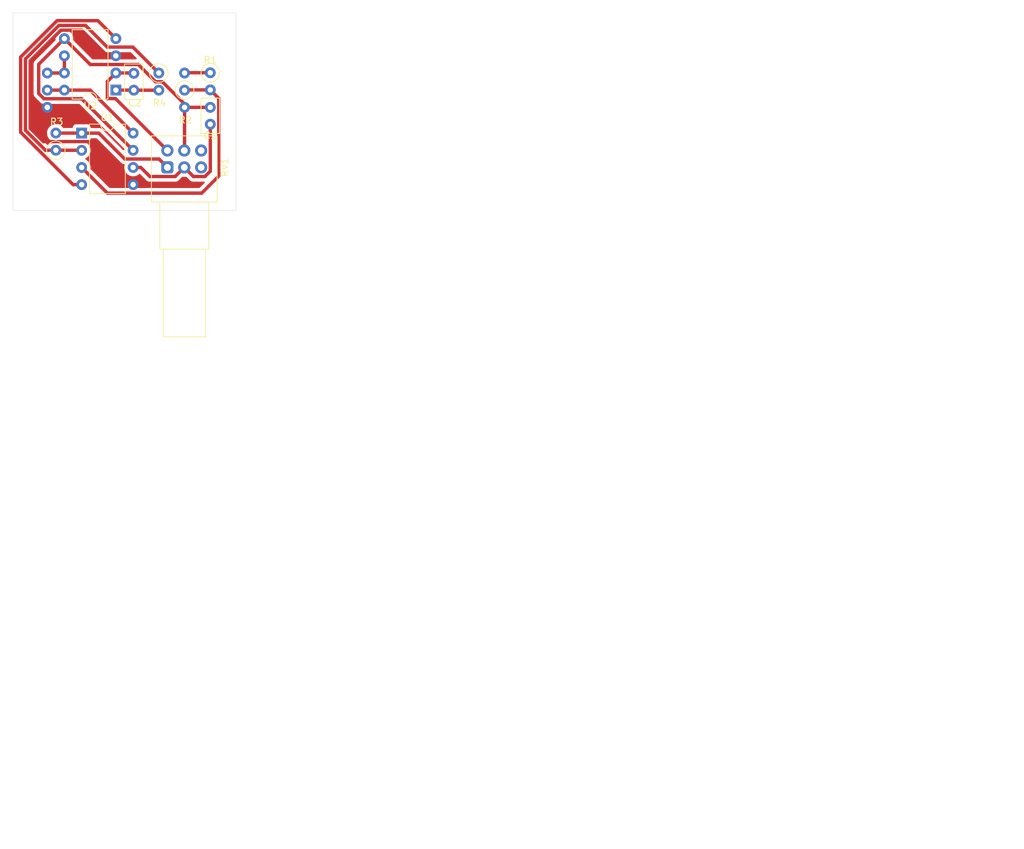
<source format=kicad_pcb>
(kicad_pcb (version 20211014) (generator pcbnew)
  (layers (0 "F.Cu" signal) (31 "B.Cu" signal) (37 "F.SilkS" user "F.Silkscreen") (39 "F.Mask" user) (44 "Edge.Cuts" user))
  (net 0 "")
  (net 1 "GND")
  (net 2 "Net-(C1-Pad1)")
  (net 3 "Net-(C1-Pad2)")
  (net 4 "Net-(C2-Pad1)")
  (net 5 "Net-(C2-Pad2)")
  (net 6 "/V_in")
  (net 7 "Net-(R1-Pad2)")
  (net 8 "Net-(R3-Pad1)")
  (net 9 "Net-(R3-Pad2)")
  (net 12 "-5V")
  (net 13 "+5V")
  (net 14 "/V_out")
  (footprint "" (layer "F.Cu") (at 131.460244 81.930244)
    (fp_text reference "" (at 0 0) (layer "F.SilkS") (effects (font (size 1.27 1.27))))
    (fp_text value "" (at 0 0) (layer "F.SilkS") (effects (font (size 1.27 1.27))))
    (pad "8" thru_hole oval (at 0 0) (size 1.6 1.6) (drill 0.8) (layers *.Cu *.Mask) (net 13 "+5V"))
  )
  (footprint "Resistor_THT:R_Axial_DIN0207_L6.3mm_D2.5mm_P2.54mm_Vertical" (layer "F.Cu") (at 147.970244 79.390244 -90)
    (fp_text reference "R4" (at 4.429756 -0.111756 180) (layer "F.SilkS"))
    (fp_text value "10kR")
    (fp_line (start 1.37 0) (end 1.44 0) (layer "F.SilkS") (width 0.12))
    (fp_circle (center 0 0) (end 1.37 0) (layer "F.SilkS") (width 0.12) (fill none))
    (pad "1" thru_hole circle (at 0 0 270) (size 1.6 1.6) (drill 0.8) (layers *.Cu *.Mask) (net 8 "Net-(R3-Pad1)"))
    (pad "2" thru_hole oval (at 2.54 0 270) (size 1.6 1.6) (drill 0.8) (layers *.Cu *.Mask) (net 4 "Net-(C2-Pad1)"))
  )
  (footprint "Potentiometer_THT:Potentiometer_Alps_RK097_Dual_Horizontal" (layer "F.Cu") (at 149.240244 93.360244 90)
    (fp_text reference "RV1" (at 0 8.5 90) (layer "F.SilkS"))
    (fp_text value "R_Potentiometer_Dual_Separate")
    (fp_line (start -5.12 -1.12) (end -12.12 -1.12) (layer "F.SilkS") (width 0.12))
    (fp_line (start -5.12 6.12) (end -12.12 6.12) (layer "F.SilkS") (width 0.12))
    (fp_line (start 4.671 7.37) (end -5.12 7.37) (layer "F.SilkS") (width 0.12))
    (fp_line (start -25.1 5.62) (end -25.1 -0.6) (layer "F.SilkS") (width 0.12))
    (fp_line (start -12.12 -0.62) (end -25.1 -0.62) (layer "F.SilkS") (width 0.12))
    (fp_line (start 4.671 -2.37) (end -5.12 -2.37) (layer "F.SilkS") (width 0.12))
    (fp_line (start -5.12 7.37) (end -5.12 -2.37) (layer "F.SilkS") (width 0.12))
    (fp_line (start -12.12 6.12) (end -12.12 -1.12) (layer "F.SilkS") (width 0.12))
    (fp_line (start -12.12 5.62) (end -25.1 5.62) (layer "F.SilkS") (width 0.12))
    (fp_line (start 4.671 7.37) (end 4.671 -2.37) (layer "F.SilkS") (width 0.12))
    (pad "1" thru_hole roundrect (at 0 0 270) (size 1.8 1.8) (drill 1) (layers *.Cu *.Mask) (net 9 "Net-(R3-Pad2)"))
    (pad "2" thru_hole circle (at 0 2.5 270) (size 1.8 1.8) (drill 1) (layers *.Cu *.Mask) (net 2 "Net-(C1-Pad1)"))
    (pad "3" thru_hole circle (at 0 5 270) (size 1.8 1.8) (drill 1) (layers *.Cu *.Mask))
    (pad "4" thru_hole circle (at 2.5 0 270) (size 1.8 1.8) (drill 1) (layers *.Cu *.Mask) (net 5 "Net-(C2-Pad2)"))
    (pad "5" thru_hole circle (at 2.5 2.5 270) (size 1.8 1.8) (drill 1) (layers *.Cu *.Mask) (net 3 "Net-(C1-Pad2)"))
    (pad "6" thru_hole circle (at 2.5 5 270) (size 1.8 1.8) (drill 1) (layers *.Cu *.Mask))
  )
  (footprint "" (layer "F.Cu") (at 151.780244 79.390244)
    (fp_text reference "" (at 0 0) (layer "F.SilkS") (effects (font (size 1.27 1.27))))
    (fp_text value "" (at 0 0) (layer "F.SilkS") (effects (font (size 1.27 1.27))))
    (pad "1" thru_hole circle (at 0 0 270) (size 1.6 1.6) (drill 0.8) (layers *.Cu *.Mask) (net 6 "/V_in"))
  )
  (footprint "Capacitor_THT:C_Disc_D5.0mm_W2.5mm_P2.50mm" (layer "F.Cu") (at 155.590244 86.970244 90)
    (fp_text reference "C1" (at -1.675756 0 180) (layer "F.SilkS"))
    (fp_text value "0.33uC")
    (fp_line (start -1.37 1.37) (end 3.87 1.37) (layer "F.SilkS") (width 0.12))
    (fp_line (start 3.87 -1.37) (end 3.87 1.37) (layer "F.SilkS") (width 0.12))
    (fp_line (start -1.37 -1.37) (end -1.37 1.37) (layer "F.SilkS") (width 0.12))
    (fp_line (start -1.37 -1.37) (end 3.87 -1.37) (layer "F.SilkS") (width 0.12))
    (pad "1" thru_hole circle (at 0 0 90) (size 1.6 1.6) (drill 0.8) (layers *.Cu *.Mask) (net 2 "Net-(C1-Pad1)"))
    (pad "2" thru_hole circle (at 2.5 0 90) (size 1.6 1.6) (drill 0.8) (layers *.Cu *.Mask) (net 3 "Net-(C1-Pad2)"))
  )
  (footprint "Package_DIP:DIP-8_W7.62mm" (layer "F.Cu") (at 141.610244 81.920244 180)
    (fp_text reference "U2" (at 3.81 -2.33) (layer "F.SilkS"))
    (fp_text value "LM4562")
    (fp_line (start 6.46 8.95) (end 6.46 -1.33) (layer "F.SilkS") (width 0.12))
    (fp_line (start 2.81 -1.33) (end 1.16 -1.33) (layer "F.SilkS") (width 0.12))
    (fp_line (start 1.16 8.95) (end 6.46 8.95) (layer "F.SilkS") (width 0.12))
    (fp_line (start 1.16 -1.33) (end 1.16 8.95) (layer "F.SilkS") (width 0.12))
    (fp_line (start 6.46 -1.33) (end 4.81 -1.33) (layer "F.SilkS") (width 0.12))
    (fp_arc (start 4.81 -1.33) (mid 3.81 -0.33) (end 2.81 -1.33) (layer "F.SilkS") (width 0.12))
    (pad "1" thru_hole rect (at 0 0 180) (size 1.6 1.6) (drill 0.8) (layers *.Cu *.Mask) (net 4 "Net-(C2-Pad1)"))
    (pad "2" thru_hole oval (at 0 2.54 180) (size 1.6 1.6) (drill 0.8) (layers *.Cu *.Mask) (net 5 "Net-(C2-Pad2)"))
    (pad "3" thru_hole oval (at 0 5.08 180) (size 1.6 1.6) (drill 0.8) (layers *.Cu *.Mask) (net 1 "GND"))
    (pad "4" thru_hole oval (at 0 7.62 180) (size 1.6 1.6) (drill 0.8) (layers *.Cu *.Mask) (net 12 "-5V"))
    (pad "5" thru_hole oval (at 7.62 7.62 180) (size 1.6 1.6) (drill 0.8) (layers *.Cu *.Mask) (net 3 "Net-(C1-Pad2)"))
    (pad "6" thru_hole oval (at 7.62 5.08 180) (size 1.6 1.6) (drill 0.8) (layers *.Cu *.Mask) (net 14 "/V_out"))
    (pad "7" thru_hole oval (at 7.62 2.54 180) (size 1.6 1.6) (drill 0.8) (layers *.Cu *.Mask) (net 14 "/V_out"))
    (pad "8" thru_hole oval (at 7.62 0 180) (size 1.6 1.6) (drill 0.8) (layers *.Cu *.Mask) (net 13 "+5V"))
  )
  (footprint "Resistor_THT:R_Axial_DIN0207_L6.3mm_D2.5mm_P2.54mm_Vertical" (layer "F.Cu") (at 151.780244 81.930244 -90)
    (fp_text reference "R2" (at 4.429756 -0.111756 180) (layer "F.SilkS"))
    (fp_text value "10kR")
    (fp_line (start 1.37 0) (end 1.44 0) (layer "F.SilkS") (width 0.12))
    (fp_circle (center 0 0) (end 1.37 0) (layer "F.SilkS") (width 0.12) (fill none))
    (pad "1" thru_hole circle (at 0 0 270) (size 1.6 1.6) (drill 0.8) (layers *.Cu *.Mask) (net 7 "Net-(R1-Pad2)"))
    (pad "2" thru_hole oval (at 2.54 0 270) (size 1.6 1.6) (drill 0.8) (layers *.Cu *.Mask) (net 3 "Net-(C1-Pad2)"))
  )
  (footprint "" (layer "F.Cu") (at 131.460244 79.390244)
    (fp_text reference "" (at 0 0) (layer "F.SilkS") (effects (font (size 1.27 1.27))))
    (fp_text value "" (at 0 0) (layer "F.SilkS") (effects (font (size 1.27 1.27))))
    (pad "7" thru_hole oval (at 0 0 180) (size 1.6 1.6) (drill 0.8) (layers *.Cu *.Mask) (net 14 "/V_out"))
  )
  (footprint "Resistor_THT:R_Axial_DIN0207_L6.3mm_D2.5mm_P2.54mm_Vertical" (layer "F.Cu") (at 155.590244 79.350244 -90)
    (fp_text reference "R1" (at -1.880244 0 180) (layer "F.SilkS"))
    (fp_text value "130R")
    (fp_line (start 1.37 0) (end 1.44 0) (layer "F.SilkS") (width 0.12))
    (fp_circle (center 0 0) (end 1.37 0) (layer "F.SilkS") (width 0.12) (fill none))
    (pad "1" thru_hole circle (at 0 0 270) (size 1.6 1.6) (drill 0.8) (layers *.Cu *.Mask) (net 6 "/V_in"))
    (pad "2" thru_hole oval (at 2.54 0 270) (size 1.6 1.6) (drill 0.8) (layers *.Cu *.Mask) (net 7 "Net-(R1-Pad2)"))
  )
  (footprint "Capacitor_THT:C_Disc_D5.0mm_W2.5mm_P2.50mm" (layer "F.Cu") (at 144.272 81.930244 90)
    (fp_text reference "C2" (at -1.889756 0.111756 180) (layer "F.SilkS"))
    (fp_text value "0.33uC")
    (fp_line (start 3.87 -1.37) (end 3.87 1.37) (layer "F.SilkS") (width 0.12))
    (fp_line (start -1.37 -1.37) (end 3.87 -1.37) (layer "F.SilkS") (width 0.12))
    (fp_line (start -1.37 1.37) (end 3.87 1.37) (layer "F.SilkS") (width 0.12))
    (fp_line (start -1.37 -1.37) (end -1.37 1.37) (layer "F.SilkS") (width 0.12))
    (pad "1" thru_hole circle (at 0 0 90) (size 1.6 1.6) (drill 0.8) (layers *.Cu *.Mask) (net 4 "Net-(C2-Pad1)"))
    (pad "2" thru_hole circle (at 2.5 0 90) (size 1.6 1.6) (drill 0.8) (layers *.Cu *.Mask) (net 5 "Net-(C2-Pad2)"))
  )
  (footprint "Resistor_THT:R_Axial_DIN0207_L6.3mm_D2.5mm_P2.54mm_Vertical" (layer "F.Cu") (at 132.730244 90.820244 90)
    (fp_text reference "R3" (at 4.206244 0.111756 180) (layer "F.SilkS"))
    (fp_text value "10kR")
    (fp_line (start 1.37 0) (end 1.44 0) (layer "F.SilkS") (width 0.12))
    (fp_circle (center 0 0) (end 1.37 0) (layer "F.SilkS") (width 0.12) (fill none))
    (pad "1" thru_hole circle (at 0 0 90) (size 1.6 1.6) (drill 0.8) (layers *.Cu *.Mask) (net 8 "Net-(R3-Pad1)"))
    (pad "2" thru_hole oval (at 2.54 0 90) (size 1.6 1.6) (drill 0.8) (layers *.Cu *.Mask) (net 9 "Net-(R3-Pad2)"))
  )
  (footprint "Package_DIP:DIP-8_W7.62mm" (layer "F.Cu") (at 136.550244 88.290244)
    (fp_text reference "U1" (at 3.81 -2.33) (layer "F.SilkS"))
    (fp_text value "LM4562")
    (fp_line (start 1.16 8.95) (end 6.46 8.95) (layer "F.SilkS") (width 0.12))
    (fp_line (start 2.81 -1.33) (end 1.16 -1.33) (layer "F.SilkS") (width 0.12))
    (fp_line (start 6.46 8.95) (end 6.46 -1.33) (layer "F.SilkS") (width 0.12))
    (fp_line (start 6.46 -1.33) (end 4.81 -1.33) (layer "F.SilkS") (width 0.12))
    (fp_line (start 1.16 -1.33) (end 1.16 8.95) (layer "F.SilkS") (width 0.12))
    (fp_arc (start 4.81 -1.33) (mid 3.81 -0.33) (end 2.81 -1.33) (layer "F.SilkS") (width 0.12))
    (pad "1" thru_hole rect (at 0 0) (size 1.6 1.6) (drill 0.8) (layers *.Cu *.Mask) (net 9 "Net-(R3-Pad2)"))
    (pad "2" thru_hole oval (at 0 2.54) (size 1.6 1.6) (drill 0.8) (layers *.Cu *.Mask) (net 8 "Net-(R3-Pad1)"))
    (pad "3" thru_hole oval (at 0 5.08) (size 1.6 1.6) (drill 0.8) (layers *.Cu *.Mask) (net 7 "Net-(R1-Pad2)"))
    (pad "4" thru_hole oval (at 0 7.62) (size 1.6 1.6) (drill 0.8) (layers *.Cu *.Mask) (net 12 "-5V"))
    (pad "5" thru_hole oval (at 7.62 7.62) (size 1.6 1.6) (drill 0.8) (layers *.Cu *.Mask) (net 1 "GND"))
    (pad "6" thru_hole oval (at 7.62 5.08) (size 1.6 1.6) (drill 0.8) (layers *.Cu *.Mask) (net 2 "Net-(C1-Pad1)"))
    (pad "7" thru_hole oval (at 7.62 2.54) (size 1.6 1.6) (drill 0.8) (layers *.Cu *.Mask) (net 3 "Net-(C1-Pad2)"))
    (pad "8" thru_hole oval (at 7.62 0) (size 1.6 1.6) (drill 0.8) (layers *.Cu *.Mask) (net 13 "+5V"))
  )
  (footprint "" (layer "F.Cu") (at 131.460244 84.470244)
    (fp_text reference "" (at 0 0) (layer "F.SilkS") (effects (font (size 1.27 1.27))))
    (fp_text value "" (at 0 0) (layer "F.SilkS") (effects (font (size 1.27 1.27))))
    (pad "5" thru_hole oval (at 0 0) (size 1.6 1.6) (drill 0.8) (layers *.Cu *.Mask) (net 1 "GND"))
  )
  (gr_rect (start 159.400244 99.710244) (end 126.380244 70.500244) (layer "Edge.Cuts") (width 0.05) (fill none))
  (segment (start 133.483168 73.040244) (end 136.540244 73.040244) (width 0.5) (layer "F.Cu") (net 1))
  (segment (start 128.920244 87.571704) (end 128.920244 77.603168) (width 0.5) (layer "F.Cu") (net 1))
  (segment (start 137.799755 89.539755) (end 130.888295 89.539755) (width 0.5) (layer "F.Cu") (net 1))
  (segment (start 144.170244 95.910244) (end 137.799755 89.539755) (width 0.5) (layer "F.Cu") (net 1))
  (segment (start 130.888295 89.539755) (end 128.920244 87.571704) (width 0.5) (layer "F.Cu") (net 1))
  (segment (start 136.540244 73.040244) (end 140.340244 76.840244) (width 0.5) (layer "F.Cu") (net 1))
  (segment (start 140.340244 76.840244) (end 141.610244 76.840244) (width 0.5) (layer "F.Cu") (net 1))
  (segment (start 128.920244 77.603168) (end 133.483168 73.040244) (width 0.5) (layer "F.Cu") (net 1))
  (segment (start 145.301614 93.370244) (end 146.641134 94.709764) (width 0.5) (layer "F.Cu") (net 2))
  (segment (start 146.641134 94.709764) (end 150.390724 94.709764) (width 0.5) (layer "F.Cu") (net 2))
  (segment (start 144.170244 93.370244) (end 145.301614 93.370244) (width 0.5) (layer "F.Cu") (net 2))
  (segment (start 154.799231 94.709755) (end 153.089755 94.709755) (width 0.5) (layer "F.Cu") (net 2))
  (segment (start 155.590244 93.918742) (end 154.799231 94.709755) (width 0.5) (layer "F.Cu") (net 2))
  (segment (start 150.390724 94.709764) (end 151.740244 93.360244) (width 0.5) (layer "F.Cu") (net 2))
  (segment (start 155.590244 86.970244) (end 155.590244 93.918742) (width 0.5) (layer "F.Cu") (net 2))
  (segment (start 153.089755 94.709755) (end 151.740244 93.360244) (width 0.5) (layer "F.Cu") (net 2))
  (segment (start 148.487809 80.680733) (end 151.780244 83.973168) (width 0.5) (layer "F.Cu") (net 3))
  (segment (start 144.932733 78.130733) (end 147.482733 80.680733) (width 0.5) (layer "F.Cu") (net 3))
  (segment (start 130.190244 78.100244) (end 130.190244 82.42732) (width 0.5) (layer "F.Cu") (net 3))
  (segment (start 133.990244 74.300244) (end 130.190244 78.100244) (width 0.5) (layer "F.Cu") (net 3))
  (segment (start 155.590244 84.470244) (end 151.780244 84.470244) (width 0.5) (layer "F.Cu") (net 3))
  (segment (start 137.820733 78.130733) (end 144.932733 78.130733) (width 0.5) (layer "F.Cu") (net 3))
  (segment (start 130.190244 82.42732) (end 130.963168 83.200244) (width 0.5) (layer "F.Cu") (net 3))
  (segment (start 133.990244 74.300244) (end 137.820733 78.130733) (width 0.5) (layer "F.Cu") (net 3))
  (segment (start 136.540244 83.200244) (end 144.170244 90.830244) (width 0.5) (layer "F.Cu") (net 3))
  (segment (start 147.482733 80.680733) (end 148.487809 80.680733) (width 0.5) (layer "F.Cu") (net 3))
  (segment (start 151.780244 84.470244) (end 151.780244 90.820244) (width 0.5) (layer "F.Cu") (net 3))
  (segment (start 130.963168 83.200244) (end 136.540244 83.200244) (width 0.5) (layer "F.Cu") (net 3))
  (segment (start 141.610244 81.920244) (end 144.150244 81.920244) (width 0.5) (layer "F.Cu") (net 4))
  (segment (start 147.970244 81.930244) (end 144.160244 81.930244) (width 0.5) (layer "F.Cu") (net 4))
  (segment (start 149.240244 90.860244) (end 141.549755 83.169755) (width 0.5) (layer "F.Cu") (net 5))
  (segment (start 141.549755 83.169755) (end 140.360733 83.169755) (width 0.5) (layer "F.Cu") (net 5))
  (segment (start 140.350244 80.640244) (end 141.610244 79.380244) (width 0.5) (layer "F.Cu") (net 5))
  (segment (start 140.360733 83.169755) (end 140.350244 83.159266) (width 0.5) (layer "F.Cu") (net 5))
  (segment (start 140.350244 83.159266) (end 140.350244 80.640244) (width 0.5) (layer "F.Cu") (net 5))
  (segment (start 141.610244 79.380244) (end 144.110244 79.380244) (width 0.5) (layer "F.Cu") (net 5))
  (segment (start 155.590244 79.350244) (end 151.820244 79.350244) (width 0.5) (layer "F.Cu") (net 6))
  (segment (start 155.590244 81.890244) (end 156.839755 83.139755) (width 0.5) (layer "F.Cu") (net 7))
  (segment (start 156.839755 83.139755) (end 156.839755 94.650733) (width 0.5) (layer "F.Cu") (net 7))
  (segment (start 140.350244 97.170244) (end 136.550244 93.370244) (width 0.5) (layer "F.Cu") (net 7))
  (segment (start 155.590244 81.890244) (end 151.820244 81.890244) (width 0.5) (layer "F.Cu") (net 7))
  (segment (start 156.839755 94.650733) (end 154.320244 97.170244) (width 0.5) (layer "F.Cu") (net 7))
  (segment (start 154.320244 97.170244) (end 140.350244 97.170244) (width 0.5) (layer "F.Cu") (net 7))
  (segment (start 144.129755 75.549755) (end 140.319755 75.549755) (width 0.5) (layer "F.Cu") (net 8))
  (segment (start 133.193418 72.340724) (end 128.220724 77.313418) (width 0.5) (layer "F.Cu") (net 8))
  (segment (start 140.319755 75.549755) (end 137.110724 72.340724) (width 0.5) (layer "F.Cu") (net 8))
  (segment (start 128.220724 87.861454) (end 131.179514 90.820244) (width 0.5) (layer "F.Cu") (net 8))
  (segment (start 128.220724 77.313418) (end 128.220724 87.861454) (width 0.5) (layer "F.Cu") (net 8))
  (segment (start 137.110724 72.340724) (end 133.193418 72.340724) (width 0.5) (layer "F.Cu") (net 8))
  (segment (start 131.179514 90.820244) (end 132.730244 90.820244) (width 0.5) (layer "F.Cu") (net 8))
  (segment (start 147.970244 79.390244) (end 144.129755 75.549755) (width 0.5) (layer "F.Cu") (net 8))
  (segment (start 132.730244 90.820244) (end 136.540244 90.820244) (width 0.5) (layer "F.Cu") (net 8))
  (segment (start 142.920733 92.120733) (end 148.000733 92.120733) (width 0.5) (layer "F.Cu") (net 9))
  (segment (start 148.000733 92.120733) (end 149.240244 93.360244) (width 0.5) (layer "F.Cu") (net 9))
  (segment (start 132.730244 88.280244) (end 136.540244 88.280244) (width 0.5) (layer "F.Cu") (net 9))
  (segment (start 139.090244 88.290244) (end 142.920733 92.120733) (width 0.5) (layer "F.Cu") (net 9))
  (segment (start 136.550244 88.290244) (end 139.090244 88.290244) (width 0.5) (layer "F.Cu") (net 9))
  (segment (start 138.951204 71.641204) (end 132.903667 71.641205) (width 0.5) (layer "F.Cu") (net 12))
  (segment (start 127.521204 77.023668) (end 127.521204 88.151204) (width 0.5) (layer "F.Cu") (net 12))
  (segment (start 141.610244 74.300244) (end 138.951204 71.641204) (width 0.5) (layer "F.Cu") (net 12))
  (segment (start 135.280244 95.910244) (end 136.550244 95.910244) (width 0.5) (layer "F.Cu") (net 12))
  (segment (start 132.903667 71.641205) (end 127.521204 77.023668) (width 0.5) (layer "F.Cu") (net 12))
  (segment (start 127.521204 88.151204) (end 135.280244 95.910244) (width 0.5) (layer "F.Cu") (net 12))
  (segment (start 133.990244 81.920244) (end 137.800244 81.920244) (width 0.5) (layer "F.Cu") (net 13))
  (segment (start 133.990244 81.920244) (end 131.470244 81.920244) (width 0.5) (layer "F.Cu") (net 13))
  (segment (start 137.800244 81.920244) (end 144.170244 88.290244) (width 0.5) (layer "F.Cu") (net 13))
  (segment (start 131.460244 79.390244) (end 133.980244 79.390244) (width 0.5) (layer "F.Cu") (net 14))
  (segment (start 133.990244 79.380244) (end 133.990244 76.840244) (width 0.5) (layer "F.Cu") (net 14))
  (zone (net 1) (net_name "GND") (layer "F.Cu") (connect_pads yes (clearance 0.508)) (min_thickness 0.254) (fill yes (thermal_gap 0.508) (thermal_bridge_width 0.508) (smoothing fillet))
    (polygon (pts (xy 124.46 68.58) (xy 162.56 68.58) (xy 162.56 101.6) (xy 124.46 101.6)))
  )
)
</source>
